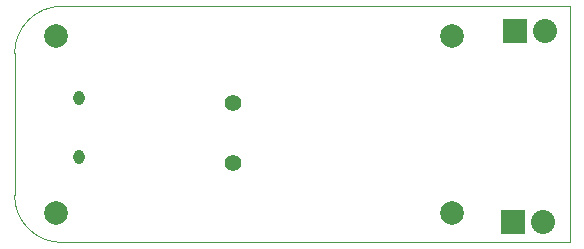
<source format=gbr>
G04 #@! TF.FileFunction,Soldermask,Bot*
%FSLAX46Y46*%
G04 Gerber Fmt 4.6, Leading zero omitted, Abs format (unit mm)*
G04 Created by KiCad (PCBNEW (2015-01-16 BZR 5376)-product) date 9/24/2015 9:19:19 AM*
%MOMM*%
G01*
G04 APERTURE LIST*
%ADD10C,0.100000*%
%ADD11R,2.032000X2.032000*%
%ADD12O,2.032000X2.032000*%
%ADD13O,0.950000X1.250000*%
%ADD14C,2.000000*%
%ADD15C,1.422400*%
G04 APERTURE END LIST*
D10*
X110000000Y-86000000D02*
X153000000Y-86000000D01*
X106000000Y-90000000D02*
X106000000Y-102000000D01*
X110000000Y-106000000D02*
X153000000Y-106000000D01*
X106000000Y-102000000D02*
G75*
G03X110000000Y-106000000I4000000J0D01*
G01*
X110000000Y-86000000D02*
G75*
G03X106000000Y-90000000I0J-4000000D01*
G01*
X153000000Y-106000000D02*
X153000000Y-86000000D01*
D11*
X148336000Y-88138000D03*
D12*
X150876000Y-88138000D03*
D11*
X148209000Y-104267000D03*
D12*
X150749000Y-104267000D03*
D13*
X111500000Y-93800000D03*
X111500000Y-98800000D03*
D14*
X143000000Y-88500000D03*
X143000000Y-103500000D03*
X109500000Y-103500000D03*
X109500000Y-88500000D03*
D15*
X124460000Y-94234000D03*
X124460000Y-99314000D03*
M02*

</source>
